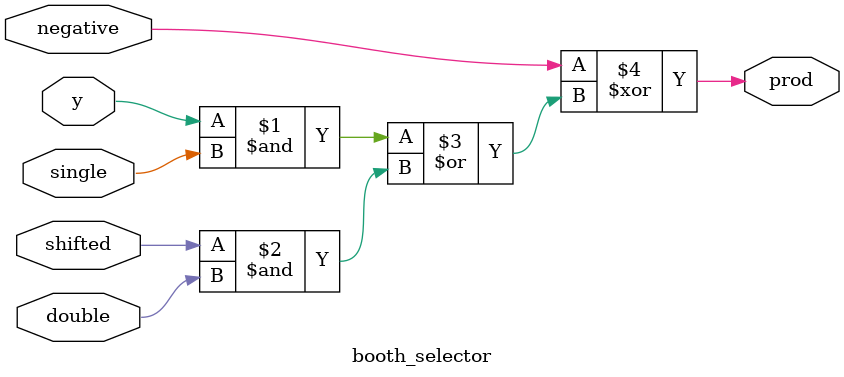
<source format=v>
module booth_selector(
	input	double,
	input	shifted,
	input	single,
	input	negative,
	input	y,
	output	prod
	);

	assign prod = (negative ^ ((y & single) | (shifted & double)));

endmodule
</source>
